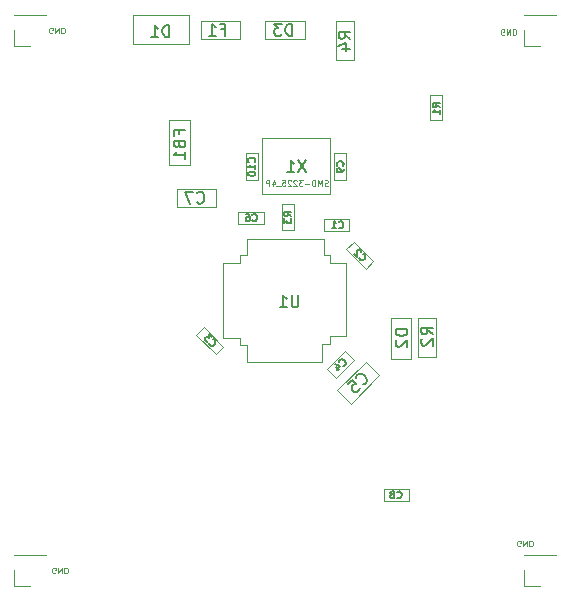
<source format=gbr>
%TF.GenerationSoftware,KiCad,Pcbnew,(5.1.10-1-10_14)*%
%TF.CreationDate,2022-01-24T14:54:24+11:00*%
%TF.ProjectId,STM32L431CBT6_BO,53544d33-324c-4343-9331-434254365f42,rev?*%
%TF.SameCoordinates,Original*%
%TF.FileFunction,Legend,Bot*%
%TF.FilePolarity,Positive*%
%FSLAX46Y46*%
G04 Gerber Fmt 4.6, Leading zero omitted, Abs format (unit mm)*
G04 Created by KiCad (PCBNEW (5.1.10-1-10_14)) date 2022-01-24 14:54:24*
%MOMM*%
%LPD*%
G01*
G04 APERTURE LIST*
%ADD10C,0.100000*%
%ADD11C,0.120000*%
%ADD12C,0.150000*%
G04 APERTURE END LIST*
D10*
X175085047Y-51256380D02*
X175013619Y-51280190D01*
X174894571Y-51280190D01*
X174846952Y-51256380D01*
X174823142Y-51232571D01*
X174799333Y-51184952D01*
X174799333Y-51137333D01*
X174823142Y-51089714D01*
X174846952Y-51065904D01*
X174894571Y-51042095D01*
X174989809Y-51018285D01*
X175037428Y-50994476D01*
X175061238Y-50970666D01*
X175085047Y-50923047D01*
X175085047Y-50875428D01*
X175061238Y-50827809D01*
X175037428Y-50804000D01*
X174989809Y-50780190D01*
X174870761Y-50780190D01*
X174799333Y-50804000D01*
X174585047Y-51280190D02*
X174585047Y-50780190D01*
X174418380Y-51137333D01*
X174251714Y-50780190D01*
X174251714Y-51280190D01*
X174013619Y-51280190D02*
X174013619Y-50780190D01*
X173894571Y-50780190D01*
X173823142Y-50804000D01*
X173775523Y-50851619D01*
X173751714Y-50899238D01*
X173727904Y-50994476D01*
X173727904Y-51065904D01*
X173751714Y-51161142D01*
X173775523Y-51208761D01*
X173823142Y-51256380D01*
X173894571Y-51280190D01*
X174013619Y-51280190D01*
X173513619Y-51089714D02*
X173132666Y-51089714D01*
X172942190Y-50780190D02*
X172632666Y-50780190D01*
X172799333Y-50970666D01*
X172727904Y-50970666D01*
X172680285Y-50994476D01*
X172656476Y-51018285D01*
X172632666Y-51065904D01*
X172632666Y-51184952D01*
X172656476Y-51232571D01*
X172680285Y-51256380D01*
X172727904Y-51280190D01*
X172870761Y-51280190D01*
X172918380Y-51256380D01*
X172942190Y-51232571D01*
X172442190Y-50827809D02*
X172418380Y-50804000D01*
X172370761Y-50780190D01*
X172251714Y-50780190D01*
X172204095Y-50804000D01*
X172180285Y-50827809D01*
X172156476Y-50875428D01*
X172156476Y-50923047D01*
X172180285Y-50994476D01*
X172466000Y-51280190D01*
X172156476Y-51280190D01*
X171966000Y-50827809D02*
X171942190Y-50804000D01*
X171894571Y-50780190D01*
X171775523Y-50780190D01*
X171727904Y-50804000D01*
X171704095Y-50827809D01*
X171680285Y-50875428D01*
X171680285Y-50923047D01*
X171704095Y-50994476D01*
X171989809Y-51280190D01*
X171680285Y-51280190D01*
X171227904Y-50780190D02*
X171466000Y-50780190D01*
X171489809Y-51018285D01*
X171466000Y-50994476D01*
X171418380Y-50970666D01*
X171299333Y-50970666D01*
X171251714Y-50994476D01*
X171227904Y-51018285D01*
X171204095Y-51065904D01*
X171204095Y-51184952D01*
X171227904Y-51232571D01*
X171251714Y-51256380D01*
X171299333Y-51280190D01*
X171418380Y-51280190D01*
X171466000Y-51256380D01*
X171489809Y-51232571D01*
X171108857Y-51327809D02*
X170727904Y-51327809D01*
X170394571Y-50946857D02*
X170394571Y-51280190D01*
X170513619Y-50756380D02*
X170632666Y-51113523D01*
X170323142Y-51113523D01*
X170132666Y-51280190D02*
X170132666Y-50780190D01*
X169942190Y-50780190D01*
X169894571Y-50804000D01*
X169870761Y-50827809D01*
X169846952Y-50875428D01*
X169846952Y-50946857D01*
X169870761Y-50994476D01*
X169894571Y-51018285D01*
X169942190Y-51042095D01*
X170132666Y-51042095D01*
D11*
X175260000Y-51943000D02*
X169545000Y-51943000D01*
X175260000Y-47244000D02*
X175260000Y-51943000D01*
X169545000Y-47244000D02*
X175260000Y-47244000D01*
X169545000Y-51943000D02*
X169545000Y-47244000D01*
X176657000Y-64008000D02*
X176657000Y-57785000D01*
X168275000Y-66167000D02*
X174625000Y-66167000D01*
X168275000Y-64770000D02*
X168275000Y-66167000D01*
X167640000Y-64770000D02*
X168275000Y-64770000D01*
X167640000Y-64135000D02*
X167640000Y-64770000D01*
X166243000Y-64135000D02*
X167640000Y-64135000D01*
X166243000Y-57785000D02*
X166243000Y-64135000D01*
X167640000Y-57785000D02*
X166243000Y-57785000D01*
X167640000Y-57150000D02*
X167640000Y-57785000D01*
X168275000Y-57150000D02*
X167640000Y-57150000D01*
X168275000Y-55753000D02*
X168275000Y-57150000D01*
X174752000Y-55753000D02*
X168275000Y-55753000D01*
X174752000Y-57150000D02*
X174752000Y-55753000D01*
X175260000Y-57150000D02*
X174752000Y-57150000D01*
X175260000Y-57785000D02*
X175260000Y-57150000D01*
X176657000Y-57785000D02*
X175260000Y-57785000D01*
X175260000Y-64008000D02*
X176657000Y-64008000D01*
X175260000Y-64643000D02*
X175260000Y-64008000D01*
X174625000Y-64643000D02*
X175260000Y-64643000D01*
X174625000Y-66167000D02*
X174625000Y-64643000D01*
X175641000Y-48514000D02*
X175641000Y-50800000D01*
X176657000Y-50800000D02*
X175641000Y-50800000D01*
X176657000Y-48514000D02*
X176657000Y-50800000D01*
X175641000Y-48514000D02*
X176657000Y-48514000D01*
X168148000Y-50800000D02*
X168148000Y-48514000D01*
X169164000Y-50800000D02*
X168148000Y-50800000D01*
X169164000Y-48514000D02*
X169164000Y-50800000D01*
X168148000Y-48514000D02*
X169164000Y-48514000D01*
X179832000Y-77978000D02*
X179832000Y-76962000D01*
X181991000Y-77978000D02*
X179832000Y-77978000D01*
X181991000Y-76962000D02*
X181991000Y-77978000D01*
X179832000Y-76962000D02*
X181991000Y-76962000D01*
X165608000Y-65532000D02*
X163957000Y-63881000D01*
X166243000Y-64897000D02*
X165608000Y-65532000D01*
X164592000Y-63246000D02*
X166243000Y-64897000D01*
X163957000Y-63881000D02*
X164592000Y-63246000D01*
X158623000Y-36830000D02*
X158623000Y-39243000D01*
X163322000Y-36830000D02*
X158623000Y-36830000D01*
X163322000Y-39243000D02*
X163322000Y-36830000D01*
X158623000Y-39243000D02*
X163322000Y-39243000D01*
X164338000Y-38862000D02*
X164338000Y-37338000D01*
X167640000Y-38862000D02*
X164338000Y-38862000D01*
X167640000Y-37338000D02*
X167640000Y-38862000D01*
X164338000Y-37338000D02*
X167640000Y-37338000D01*
X175768000Y-40640000D02*
X175768000Y-37338000D01*
X177292000Y-40640000D02*
X175768000Y-40640000D01*
X177292000Y-37338000D02*
X177292000Y-40640000D01*
X175768000Y-37338000D02*
X177292000Y-37338000D01*
X169799000Y-38862000D02*
X169799000Y-37338000D01*
X173110000Y-38835000D02*
X169799000Y-38808000D01*
X173110000Y-37365000D02*
X173110000Y-38835000D01*
X169799000Y-37338000D02*
X173110000Y-37311000D01*
X184785000Y-43561000D02*
X183769000Y-43561000D01*
X184785000Y-45720000D02*
X184785000Y-43561000D01*
X183769000Y-45720000D02*
X184785000Y-45720000D01*
X183769000Y-43561000D02*
X183769000Y-45720000D01*
X182880000Y-62484000D02*
X182753000Y-62484000D01*
X184277000Y-62484000D02*
X182880000Y-62484000D01*
X184277000Y-65786000D02*
X184277000Y-62484000D01*
X182753000Y-65786000D02*
X184277000Y-65786000D01*
X182753000Y-62484000D02*
X182753000Y-65786000D01*
X180467000Y-62484000D02*
X180594000Y-62484000D01*
X180467000Y-65913000D02*
X180467000Y-62484000D01*
X182118000Y-65913000D02*
X180467000Y-65913000D01*
X182118000Y-62484000D02*
X182118000Y-65913000D01*
X180594000Y-62484000D02*
X182118000Y-62484000D01*
X175895000Y-68580000D02*
X178308000Y-66167000D01*
X177038000Y-69723000D02*
X175895000Y-68580000D01*
X179451000Y-67310000D02*
X177038000Y-69723000D01*
X178308000Y-66167000D02*
X179451000Y-67310000D01*
X175768000Y-67564000D02*
X175006000Y-66802000D01*
X177292000Y-66040000D02*
X175768000Y-67564000D01*
X176530000Y-65278000D02*
X177292000Y-66040000D01*
X175006000Y-66802000D02*
X176530000Y-65278000D01*
X176657000Y-56642000D02*
X178308000Y-58293000D01*
X178308000Y-58293000D02*
X178943000Y-57658000D01*
X177292000Y-56007000D02*
X178943000Y-57658000D01*
X176657000Y-56642000D02*
X177292000Y-56007000D01*
X174752000Y-54102000D02*
X174752000Y-55118000D01*
X176911000Y-55118000D02*
X174752000Y-55118000D01*
X176911000Y-55118000D02*
X176911000Y-54102000D01*
X174752000Y-54102000D02*
X176911000Y-54102000D01*
X171196000Y-52832000D02*
X171196000Y-54991000D01*
X172212000Y-54991000D02*
X171196000Y-54991000D01*
X172212000Y-54991000D02*
X172212000Y-52832000D01*
X171196000Y-52832000D02*
X172212000Y-52832000D01*
X167513000Y-53467000D02*
X167513000Y-54483000D01*
X169672000Y-54483000D02*
X167513000Y-54483000D01*
X169672000Y-54483000D02*
X169672000Y-53467000D01*
X167513000Y-53467000D02*
X169672000Y-53467000D01*
X162306000Y-51562000D02*
X162306000Y-53086000D01*
X165608000Y-53086000D02*
X162306000Y-53086000D01*
X165608000Y-53086000D02*
X165608000Y-51562000D01*
X162306000Y-51562000D02*
X165608000Y-51562000D01*
X161671000Y-45720000D02*
X161671000Y-49530000D01*
X163449000Y-49530000D02*
X161671000Y-49530000D01*
X163449000Y-49530000D02*
X163449000Y-45720000D01*
X161671000Y-45720000D02*
X163449000Y-45720000D01*
D10*
X151765047Y-38350000D02*
X151717428Y-38373809D01*
X151646000Y-38373809D01*
X151574571Y-38350000D01*
X151526952Y-38302380D01*
X151503142Y-38254761D01*
X151479333Y-38159523D01*
X151479333Y-38088095D01*
X151503142Y-37992857D01*
X151526952Y-37945238D01*
X151574571Y-37897619D01*
X151646000Y-37873809D01*
X151693619Y-37873809D01*
X151765047Y-37897619D01*
X151788857Y-37921428D01*
X151788857Y-38088095D01*
X151693619Y-38088095D01*
X152003142Y-37873809D02*
X152003142Y-38373809D01*
X152288857Y-37873809D01*
X152288857Y-38373809D01*
X152526952Y-37873809D02*
X152526952Y-38373809D01*
X152646000Y-38373809D01*
X152717428Y-38350000D01*
X152765047Y-38302380D01*
X152788857Y-38254761D01*
X152812666Y-38159523D01*
X152812666Y-38088095D01*
X152788857Y-37992857D01*
X152765047Y-37945238D01*
X152717428Y-37897619D01*
X152646000Y-37873809D01*
X152526952Y-37873809D01*
X189992047Y-38477000D02*
X189944428Y-38500809D01*
X189873000Y-38500809D01*
X189801571Y-38477000D01*
X189753952Y-38429380D01*
X189730142Y-38381761D01*
X189706333Y-38286523D01*
X189706333Y-38215095D01*
X189730142Y-38119857D01*
X189753952Y-38072238D01*
X189801571Y-38024619D01*
X189873000Y-38000809D01*
X189920619Y-38000809D01*
X189992047Y-38024619D01*
X190015857Y-38048428D01*
X190015857Y-38215095D01*
X189920619Y-38215095D01*
X190230142Y-38000809D02*
X190230142Y-38500809D01*
X190515857Y-38000809D01*
X190515857Y-38500809D01*
X190753952Y-38000809D02*
X190753952Y-38500809D01*
X190873000Y-38500809D01*
X190944428Y-38477000D01*
X190992047Y-38429380D01*
X191015857Y-38381761D01*
X191039666Y-38286523D01*
X191039666Y-38215095D01*
X191015857Y-38119857D01*
X190992047Y-38072238D01*
X190944428Y-38024619D01*
X190873000Y-38000809D01*
X190753952Y-38000809D01*
X191389047Y-81784000D02*
X191341428Y-81807809D01*
X191270000Y-81807809D01*
X191198571Y-81784000D01*
X191150952Y-81736380D01*
X191127142Y-81688761D01*
X191103333Y-81593523D01*
X191103333Y-81522095D01*
X191127142Y-81426857D01*
X191150952Y-81379238D01*
X191198571Y-81331619D01*
X191270000Y-81307809D01*
X191317619Y-81307809D01*
X191389047Y-81331619D01*
X191412857Y-81355428D01*
X191412857Y-81522095D01*
X191317619Y-81522095D01*
X191627142Y-81307809D02*
X191627142Y-81807809D01*
X191912857Y-81307809D01*
X191912857Y-81807809D01*
X192150952Y-81307809D02*
X192150952Y-81807809D01*
X192270000Y-81807809D01*
X192341428Y-81784000D01*
X192389047Y-81736380D01*
X192412857Y-81688761D01*
X192436666Y-81593523D01*
X192436666Y-81522095D01*
X192412857Y-81426857D01*
X192389047Y-81379238D01*
X192341428Y-81331619D01*
X192270000Y-81307809D01*
X192150952Y-81307809D01*
X152019047Y-84070000D02*
X151971428Y-84093809D01*
X151900000Y-84093809D01*
X151828571Y-84070000D01*
X151780952Y-84022380D01*
X151757142Y-83974761D01*
X151733333Y-83879523D01*
X151733333Y-83808095D01*
X151757142Y-83712857D01*
X151780952Y-83665238D01*
X151828571Y-83617619D01*
X151900000Y-83593809D01*
X151947619Y-83593809D01*
X152019047Y-83617619D01*
X152042857Y-83641428D01*
X152042857Y-83808095D01*
X151947619Y-83808095D01*
X152257142Y-83593809D02*
X152257142Y-84093809D01*
X152542857Y-83593809D01*
X152542857Y-84093809D01*
X152780952Y-83593809D02*
X152780952Y-84093809D01*
X152900000Y-84093809D01*
X152971428Y-84070000D01*
X153019047Y-84022380D01*
X153042857Y-83974761D01*
X153066666Y-83879523D01*
X153066666Y-83808095D01*
X153042857Y-83712857D01*
X153019047Y-83665238D01*
X152971428Y-83617619D01*
X152900000Y-83593809D01*
X152780952Y-83593809D01*
D11*
%TO.C,J9*%
X191710000Y-85150000D02*
X193040000Y-85150000D01*
X191710000Y-83820000D02*
X191710000Y-85150000D01*
X191710000Y-82550000D02*
X194370000Y-82550000D01*
X194370000Y-82550000D02*
X194370000Y-82490000D01*
X191710000Y-82550000D02*
X191710000Y-82490000D01*
X191710000Y-82490000D02*
X194370000Y-82490000D01*
%TO.C,J7*%
X191710000Y-39430000D02*
X193040000Y-39430000D01*
X191710000Y-38100000D02*
X191710000Y-39430000D01*
X191710000Y-36830000D02*
X194370000Y-36830000D01*
X194370000Y-36830000D02*
X194370000Y-36770000D01*
X191710000Y-36830000D02*
X191710000Y-36770000D01*
X191710000Y-36770000D02*
X194370000Y-36770000D01*
%TO.C,J8*%
X148530000Y-36770000D02*
X151190000Y-36770000D01*
X148530000Y-36830000D02*
X148530000Y-36770000D01*
X151190000Y-36830000D02*
X151190000Y-36770000D01*
X148530000Y-36830000D02*
X151190000Y-36830000D01*
X148530000Y-38100000D02*
X148530000Y-39430000D01*
X148530000Y-39430000D02*
X149860000Y-39430000D01*
%TO.C,J10*%
X148530000Y-82490000D02*
X151190000Y-82490000D01*
X148530000Y-82550000D02*
X148530000Y-82490000D01*
X151190000Y-82550000D02*
X151190000Y-82490000D01*
X148530000Y-82550000D02*
X151190000Y-82550000D01*
X148530000Y-83820000D02*
X148530000Y-85150000D01*
X148530000Y-85150000D02*
X149860000Y-85150000D01*
%TO.C,C6*%
D12*
X168696500Y-54189285D02*
X168725071Y-54217857D01*
X168810785Y-54246428D01*
X168867928Y-54246428D01*
X168953642Y-54217857D01*
X169010785Y-54160714D01*
X169039357Y-54103571D01*
X169067928Y-53989285D01*
X169067928Y-53903571D01*
X169039357Y-53789285D01*
X169010785Y-53732142D01*
X168953642Y-53675000D01*
X168867928Y-53646428D01*
X168810785Y-53646428D01*
X168725071Y-53675000D01*
X168696500Y-53703571D01*
X168182214Y-53646428D02*
X168296500Y-53646428D01*
X168353642Y-53675000D01*
X168382214Y-53703571D01*
X168439357Y-53789285D01*
X168467928Y-53903571D01*
X168467928Y-54132142D01*
X168439357Y-54189285D01*
X168410785Y-54217857D01*
X168353642Y-54246428D01*
X168239357Y-54246428D01*
X168182214Y-54217857D01*
X168153642Y-54189285D01*
X168125071Y-54132142D01*
X168125071Y-53989285D01*
X168153642Y-53932142D01*
X168182214Y-53903571D01*
X168239357Y-53875000D01*
X168353642Y-53875000D01*
X168410785Y-53903571D01*
X168439357Y-53932142D01*
X168467928Y-53989285D01*
%TO.C,C10*%
X168870285Y-49271285D02*
X168898857Y-49242714D01*
X168927428Y-49157000D01*
X168927428Y-49099857D01*
X168898857Y-49014142D01*
X168841714Y-48957000D01*
X168784571Y-48928428D01*
X168670285Y-48899857D01*
X168584571Y-48899857D01*
X168470285Y-48928428D01*
X168413142Y-48957000D01*
X168356000Y-49014142D01*
X168327428Y-49099857D01*
X168327428Y-49157000D01*
X168356000Y-49242714D01*
X168384571Y-49271285D01*
X168927428Y-49842714D02*
X168927428Y-49499857D01*
X168927428Y-49671285D02*
X168327428Y-49671285D01*
X168413142Y-49614142D01*
X168470285Y-49557000D01*
X168498857Y-49499857D01*
X168327428Y-50214142D02*
X168327428Y-50271285D01*
X168356000Y-50328428D01*
X168384571Y-50357000D01*
X168441714Y-50385571D01*
X168556000Y-50414142D01*
X168698857Y-50414142D01*
X168813142Y-50385571D01*
X168870285Y-50357000D01*
X168898857Y-50328428D01*
X168927428Y-50271285D01*
X168927428Y-50214142D01*
X168898857Y-50157000D01*
X168870285Y-50128428D01*
X168813142Y-50099857D01*
X168698857Y-50071285D01*
X168556000Y-50071285D01*
X168441714Y-50099857D01*
X168384571Y-50128428D01*
X168356000Y-50157000D01*
X168327428Y-50214142D01*
%TO.C,C5*%
X178043389Y-68079687D02*
X178110732Y-68079687D01*
X178245419Y-68012343D01*
X178312763Y-67945000D01*
X178380106Y-67810312D01*
X178380106Y-67675625D01*
X178346435Y-67574610D01*
X178245419Y-67406251D01*
X178144404Y-67305236D01*
X177976045Y-67204221D01*
X177875030Y-67170549D01*
X177740343Y-67170549D01*
X177605656Y-67237893D01*
X177538312Y-67305236D01*
X177470969Y-67439923D01*
X177470969Y-67507267D01*
X176763862Y-68079687D02*
X177100580Y-67742969D01*
X177470969Y-68046015D01*
X177403625Y-68046015D01*
X177302610Y-68079687D01*
X177134251Y-68248045D01*
X177100580Y-68349061D01*
X177100580Y-68416404D01*
X177134251Y-68517419D01*
X177302610Y-68685778D01*
X177403625Y-68719450D01*
X177470969Y-68719450D01*
X177571984Y-68685778D01*
X177740343Y-68517419D01*
X177774015Y-68416404D01*
X177774015Y-68349061D01*
%TO.C,C1*%
X175995000Y-54824285D02*
X176023571Y-54852857D01*
X176109285Y-54881428D01*
X176166428Y-54881428D01*
X176252142Y-54852857D01*
X176309285Y-54795714D01*
X176337857Y-54738571D01*
X176366428Y-54624285D01*
X176366428Y-54538571D01*
X176337857Y-54424285D01*
X176309285Y-54367142D01*
X176252142Y-54310000D01*
X176166428Y-54281428D01*
X176109285Y-54281428D01*
X176023571Y-54310000D01*
X175995000Y-54338571D01*
X175423571Y-54881428D02*
X175766428Y-54881428D01*
X175595000Y-54881428D02*
X175595000Y-54281428D01*
X175652142Y-54367142D01*
X175709285Y-54424285D01*
X175766428Y-54452857D01*
%TO.C,C2*%
X177719187Y-57372233D02*
X177719187Y-57412639D01*
X177759593Y-57493451D01*
X177800000Y-57533857D01*
X177880812Y-57574264D01*
X177961624Y-57574264D01*
X178022233Y-57554061D01*
X178123248Y-57493451D01*
X178183857Y-57432842D01*
X178244467Y-57331827D01*
X178264670Y-57271218D01*
X178264670Y-57190406D01*
X178224264Y-57109593D01*
X178183857Y-57069187D01*
X178103045Y-57028781D01*
X178062639Y-57028781D01*
X177901015Y-56867157D02*
X177901015Y-56826751D01*
X177880812Y-56766142D01*
X177779796Y-56665126D01*
X177719187Y-56644923D01*
X177678781Y-56644923D01*
X177618172Y-56665126D01*
X177577766Y-56705532D01*
X177537360Y-56786345D01*
X177537360Y-57271218D01*
X177274720Y-57008578D01*
%TO.C,C3*%
X165019187Y-64611233D02*
X165019187Y-64651639D01*
X165059593Y-64732451D01*
X165100000Y-64772857D01*
X165180812Y-64813264D01*
X165261624Y-64813264D01*
X165322233Y-64793061D01*
X165423248Y-64732451D01*
X165483857Y-64671842D01*
X165544467Y-64570827D01*
X165564670Y-64510218D01*
X165564670Y-64429406D01*
X165524264Y-64348593D01*
X165483857Y-64308187D01*
X165403045Y-64267781D01*
X165362639Y-64267781D01*
X165261624Y-64085954D02*
X164998984Y-63823314D01*
X164978781Y-64126360D01*
X164918172Y-64065751D01*
X164857563Y-64045548D01*
X164817157Y-64045548D01*
X164756548Y-64065751D01*
X164655532Y-64166766D01*
X164635329Y-64227375D01*
X164635329Y-64267781D01*
X164655532Y-64328390D01*
X164776751Y-64449609D01*
X164837360Y-64469812D01*
X164877766Y-64469812D01*
%TO.C,C4*%
X176371233Y-66501812D02*
X176411639Y-66501812D01*
X176492451Y-66461406D01*
X176532857Y-66421000D01*
X176573264Y-66340187D01*
X176573264Y-66259375D01*
X176553061Y-66198766D01*
X176492451Y-66097751D01*
X176431842Y-66037142D01*
X176330827Y-65976532D01*
X176270218Y-65956329D01*
X176189406Y-65956329D01*
X176108593Y-65996735D01*
X176068187Y-66037142D01*
X176027781Y-66117954D01*
X176027781Y-66158360D01*
X175765142Y-66623030D02*
X176047984Y-66905873D01*
X175704532Y-66360390D02*
X176108593Y-66562421D01*
X175845954Y-66825061D01*
%TO.C,C7*%
X163996666Y-52681142D02*
X164044285Y-52728761D01*
X164187142Y-52776380D01*
X164282380Y-52776380D01*
X164425238Y-52728761D01*
X164520476Y-52633523D01*
X164568095Y-52538285D01*
X164615714Y-52347809D01*
X164615714Y-52204952D01*
X164568095Y-52014476D01*
X164520476Y-51919238D01*
X164425238Y-51824000D01*
X164282380Y-51776380D01*
X164187142Y-51776380D01*
X164044285Y-51824000D01*
X163996666Y-51871619D01*
X163663333Y-51776380D02*
X162996666Y-51776380D01*
X163425238Y-52776380D01*
%TO.C,C8*%
X180948000Y-77684285D02*
X180976571Y-77712857D01*
X181062285Y-77741428D01*
X181119428Y-77741428D01*
X181205142Y-77712857D01*
X181262285Y-77655714D01*
X181290857Y-77598571D01*
X181319428Y-77484285D01*
X181319428Y-77398571D01*
X181290857Y-77284285D01*
X181262285Y-77227142D01*
X181205142Y-77170000D01*
X181119428Y-77141428D01*
X181062285Y-77141428D01*
X180976571Y-77170000D01*
X180948000Y-77198571D01*
X180605142Y-77398571D02*
X180662285Y-77370000D01*
X180690857Y-77341428D01*
X180719428Y-77284285D01*
X180719428Y-77255714D01*
X180690857Y-77198571D01*
X180662285Y-77170000D01*
X180605142Y-77141428D01*
X180490857Y-77141428D01*
X180433714Y-77170000D01*
X180405142Y-77198571D01*
X180376571Y-77255714D01*
X180376571Y-77284285D01*
X180405142Y-77341428D01*
X180433714Y-77370000D01*
X180490857Y-77398571D01*
X180605142Y-77398571D01*
X180662285Y-77427142D01*
X180690857Y-77455714D01*
X180719428Y-77512857D01*
X180719428Y-77627142D01*
X180690857Y-77684285D01*
X180662285Y-77712857D01*
X180605142Y-77741428D01*
X180490857Y-77741428D01*
X180433714Y-77712857D01*
X180405142Y-77684285D01*
X180376571Y-77627142D01*
X180376571Y-77512857D01*
X180405142Y-77455714D01*
X180433714Y-77427142D01*
X180490857Y-77398571D01*
%TO.C,C9*%
X176363285Y-49557000D02*
X176391857Y-49528428D01*
X176420428Y-49442714D01*
X176420428Y-49385571D01*
X176391857Y-49299857D01*
X176334714Y-49242714D01*
X176277571Y-49214142D01*
X176163285Y-49185571D01*
X176077571Y-49185571D01*
X175963285Y-49214142D01*
X175906142Y-49242714D01*
X175849000Y-49299857D01*
X175820428Y-49385571D01*
X175820428Y-49442714D01*
X175849000Y-49528428D01*
X175877571Y-49557000D01*
X176420428Y-49842714D02*
X176420428Y-49957000D01*
X176391857Y-50014142D01*
X176363285Y-50042714D01*
X176277571Y-50099857D01*
X176163285Y-50128428D01*
X175934714Y-50128428D01*
X175877571Y-50099857D01*
X175849000Y-50071285D01*
X175820428Y-50014142D01*
X175820428Y-49899857D01*
X175849000Y-49842714D01*
X175877571Y-49814142D01*
X175934714Y-49785571D01*
X176077571Y-49785571D01*
X176134714Y-49814142D01*
X176163285Y-49842714D01*
X176191857Y-49899857D01*
X176191857Y-50014142D01*
X176163285Y-50071285D01*
X176134714Y-50099857D01*
X176077571Y-50128428D01*
%TO.C,D1*%
X161647095Y-38679380D02*
X161647095Y-37679380D01*
X161409000Y-37679380D01*
X161266142Y-37727000D01*
X161170904Y-37822238D01*
X161123285Y-37917476D01*
X161075666Y-38107952D01*
X161075666Y-38250809D01*
X161123285Y-38441285D01*
X161170904Y-38536523D01*
X161266142Y-38631761D01*
X161409000Y-38679380D01*
X161647095Y-38679380D01*
X160123285Y-38679380D02*
X160694714Y-38679380D01*
X160409000Y-38679380D02*
X160409000Y-37679380D01*
X160504238Y-37822238D01*
X160599476Y-37917476D01*
X160694714Y-37965095D01*
%TO.C,D2*%
X181808380Y-63396904D02*
X180808380Y-63396904D01*
X180808380Y-63635000D01*
X180856000Y-63777857D01*
X180951238Y-63873095D01*
X181046476Y-63920714D01*
X181236952Y-63968333D01*
X181379809Y-63968333D01*
X181570285Y-63920714D01*
X181665523Y-63873095D01*
X181760761Y-63777857D01*
X181808380Y-63635000D01*
X181808380Y-63396904D01*
X180903619Y-64349285D02*
X180856000Y-64396904D01*
X180808380Y-64492142D01*
X180808380Y-64730238D01*
X180856000Y-64825476D01*
X180903619Y-64873095D01*
X180998857Y-64920714D01*
X181094095Y-64920714D01*
X181236952Y-64873095D01*
X181808380Y-64301666D01*
X181808380Y-64920714D01*
%TO.C,D3*%
X172061095Y-38552380D02*
X172061095Y-37552380D01*
X171823000Y-37552380D01*
X171680142Y-37600000D01*
X171584904Y-37695238D01*
X171537285Y-37790476D01*
X171489666Y-37980952D01*
X171489666Y-38123809D01*
X171537285Y-38314285D01*
X171584904Y-38409523D01*
X171680142Y-38504761D01*
X171823000Y-38552380D01*
X172061095Y-38552380D01*
X171156333Y-37552380D02*
X170537285Y-37552380D01*
X170870619Y-37933333D01*
X170727761Y-37933333D01*
X170632523Y-37980952D01*
X170584904Y-38028571D01*
X170537285Y-38123809D01*
X170537285Y-38361904D01*
X170584904Y-38457142D01*
X170632523Y-38504761D01*
X170727761Y-38552380D01*
X171013476Y-38552380D01*
X171108714Y-38504761D01*
X171156333Y-38457142D01*
%TO.C,F1*%
X166068333Y-38028571D02*
X166401666Y-38028571D01*
X166401666Y-38552380D02*
X166401666Y-37552380D01*
X165925476Y-37552380D01*
X165020714Y-38552380D02*
X165592142Y-38552380D01*
X165306428Y-38552380D02*
X165306428Y-37552380D01*
X165401666Y-37695238D01*
X165496904Y-37790476D01*
X165592142Y-37838095D01*
%TO.C,FB1*%
X162488571Y-46918666D02*
X162488571Y-46585333D01*
X163012380Y-46585333D02*
X162012380Y-46585333D01*
X162012380Y-47061523D01*
X162488571Y-47775809D02*
X162536190Y-47918666D01*
X162583809Y-47966285D01*
X162679047Y-48013904D01*
X162821904Y-48013904D01*
X162917142Y-47966285D01*
X162964761Y-47918666D01*
X163012380Y-47823428D01*
X163012380Y-47442476D01*
X162012380Y-47442476D01*
X162012380Y-47775809D01*
X162060000Y-47871047D01*
X162107619Y-47918666D01*
X162202857Y-47966285D01*
X162298095Y-47966285D01*
X162393333Y-47918666D01*
X162440952Y-47871047D01*
X162488571Y-47775809D01*
X162488571Y-47442476D01*
X163012380Y-48966285D02*
X163012380Y-48394857D01*
X163012380Y-48680571D02*
X162012380Y-48680571D01*
X162155238Y-48585333D01*
X162250476Y-48490095D01*
X162298095Y-48394857D01*
%TO.C,R1*%
X184548428Y-44604000D02*
X184262714Y-44404000D01*
X184548428Y-44261142D02*
X183948428Y-44261142D01*
X183948428Y-44489714D01*
X183977000Y-44546857D01*
X184005571Y-44575428D01*
X184062714Y-44604000D01*
X184148428Y-44604000D01*
X184205571Y-44575428D01*
X184234142Y-44546857D01*
X184262714Y-44489714D01*
X184262714Y-44261142D01*
X184548428Y-45175428D02*
X184548428Y-44832571D01*
X184548428Y-45004000D02*
X183948428Y-45004000D01*
X184034142Y-44946857D01*
X184091285Y-44889714D01*
X184119857Y-44832571D01*
%TO.C,R2*%
X183967380Y-63841333D02*
X183491190Y-63508000D01*
X183967380Y-63269904D02*
X182967380Y-63269904D01*
X182967380Y-63650857D01*
X183015000Y-63746095D01*
X183062619Y-63793714D01*
X183157857Y-63841333D01*
X183300714Y-63841333D01*
X183395952Y-63793714D01*
X183443571Y-63746095D01*
X183491190Y-63650857D01*
X183491190Y-63269904D01*
X183062619Y-64222285D02*
X183015000Y-64269904D01*
X182967380Y-64365142D01*
X182967380Y-64603238D01*
X183015000Y-64698476D01*
X183062619Y-64746095D01*
X183157857Y-64793714D01*
X183253095Y-64793714D01*
X183395952Y-64746095D01*
X183967380Y-64174666D01*
X183967380Y-64793714D01*
%TO.C,R3*%
X171975428Y-53837500D02*
X171689714Y-53637500D01*
X171975428Y-53494642D02*
X171375428Y-53494642D01*
X171375428Y-53723214D01*
X171404000Y-53780357D01*
X171432571Y-53808928D01*
X171489714Y-53837500D01*
X171575428Y-53837500D01*
X171632571Y-53808928D01*
X171661142Y-53780357D01*
X171689714Y-53723214D01*
X171689714Y-53494642D01*
X171375428Y-54037500D02*
X171375428Y-54408928D01*
X171604000Y-54208928D01*
X171604000Y-54294642D01*
X171632571Y-54351785D01*
X171661142Y-54380357D01*
X171718285Y-54408928D01*
X171861142Y-54408928D01*
X171918285Y-54380357D01*
X171946857Y-54351785D01*
X171975428Y-54294642D01*
X171975428Y-54123214D01*
X171946857Y-54066071D01*
X171918285Y-54037500D01*
%TO.C,R4*%
X176982380Y-38822333D02*
X176506190Y-38489000D01*
X176982380Y-38250904D02*
X175982380Y-38250904D01*
X175982380Y-38631857D01*
X176030000Y-38727095D01*
X176077619Y-38774714D01*
X176172857Y-38822333D01*
X176315714Y-38822333D01*
X176410952Y-38774714D01*
X176458571Y-38727095D01*
X176506190Y-38631857D01*
X176506190Y-38250904D01*
X176315714Y-39679476D02*
X176982380Y-39679476D01*
X175934761Y-39441380D02*
X176649047Y-39203285D01*
X176649047Y-39822333D01*
%TO.C,U1*%
X172592904Y-60539380D02*
X172592904Y-61348904D01*
X172545285Y-61444142D01*
X172497666Y-61491761D01*
X172402428Y-61539380D01*
X172211952Y-61539380D01*
X172116714Y-61491761D01*
X172069095Y-61444142D01*
X172021476Y-61348904D01*
X172021476Y-60539380D01*
X171021476Y-61539380D02*
X171592904Y-61539380D01*
X171307190Y-61539380D02*
X171307190Y-60539380D01*
X171402428Y-60682238D01*
X171497666Y-60777476D01*
X171592904Y-60825095D01*
%TO.C,X1*%
X173222523Y-49109380D02*
X172555857Y-50109380D01*
X172555857Y-49109380D02*
X173222523Y-50109380D01*
X171651095Y-50109380D02*
X172222523Y-50109380D01*
X171936809Y-50109380D02*
X171936809Y-49109380D01*
X172032047Y-49252238D01*
X172127285Y-49347476D01*
X172222523Y-49395095D01*
%TD*%
M02*

</source>
